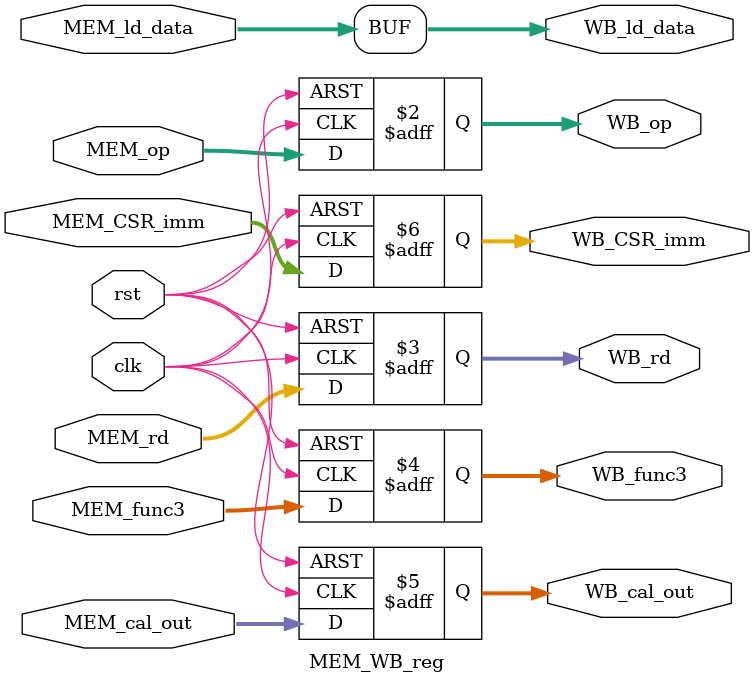
<source format=sv>
module MEM_WB_reg (
    input logic        clk,
    input logic        rst,
    input logic [ 6:0] MEM_op,
    input logic [ 4:0] MEM_rd,
    input logic [ 2:0] MEM_func3,
    input logic [31:0] MEM_cal_out,
    input logic [31:0] MEM_ld_data,
    input logic [11:0] MEM_CSR_imm,

    output logic [ 6:0] WB_op,
    output logic [ 4:0] WB_rd,
    output logic [ 2:0] WB_func3,
    output logic [31:0] WB_cal_out,
    output logic [31:0] WB_ld_data,
    output logic [11:0] WB_CSR_imm
);

    always_ff @(posedge clk or posedge rst) begin
        if (rst) begin
            WB_op      <= 7'b0;
            WB_func3   <= 3'b0;
            WB_rd      <= 5'b0;
            WB_cal_out <= 32'b0;
            WB_CSR_imm <= 12'b0;
        end else begin
            WB_op      <= MEM_op;
            WB_func3   <= MEM_func3;
            WB_rd      <= MEM_rd;
            WB_cal_out <= MEM_cal_out;
            WB_CSR_imm <= MEM_CSR_imm;
        end
    end

    assign WB_ld_data = MEM_ld_data;

endmodule

</source>
